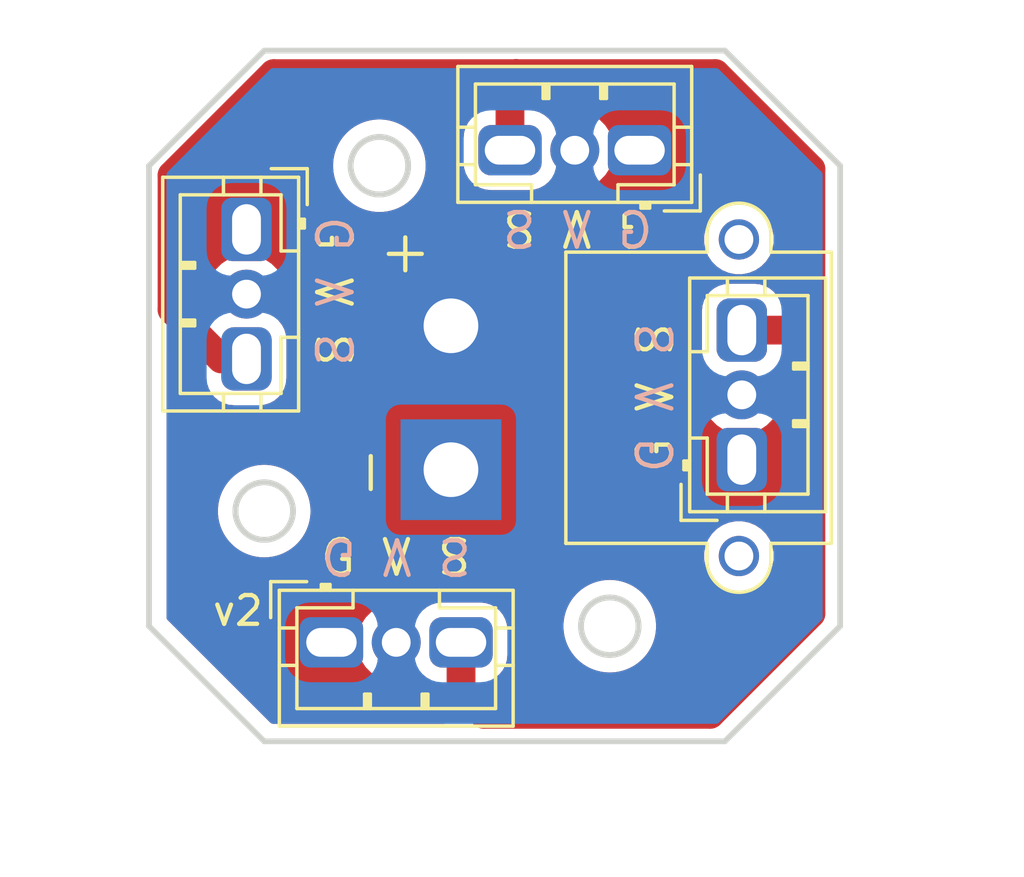
<source format=kicad_pcb>
(kicad_pcb (version 20171130) (host pcbnew 5.1.5+dfsg1-2build2)
  (layers (0 F.Cu power) (1 In1.Cu signal) (2 In2.Cu signal) (31 B.Cu power) (34 B.Paste user) (35 F.Paste user) (36 B.SilkS user) (37 F.SilkS user) (38 B.Mask user) (39 F.Mask user) (44 Edge.Cuts user))
  (net 0 "")
  (net 1 GND)
  (net 2 VCC)
  (net 3 S)
  (module tile:JST_PH_B3B-PH-K_1x03_P2.00mm_Vertical (layer F.Cu) (at 142.6 122.4 90)
    (fp_text reference J4 hide)
    (fp_text value Conn_01x03_Male)
    (fp_line (start -2.06 -1.81) (end -2.06 2.91) (layer F.SilkS) (width 0.12))
    (fp_line (start -2.06 2.91) (end 6.06 2.91) (layer F.SilkS) (width 0.12))
    (fp_line (start 6.06 2.91) (end 6.06 -1.81) (layer F.SilkS) (width 0.12))
    (fp_line (start 6.06 -1.81) (end -2.06 -1.81) (layer F.SilkS) (width 0.12))
    (fp_line (start -0.3 -1.81) (end -0.3 -2.01) (layer F.SilkS) (width 0.12))
    (fp_line (start -0.3 -2.01) (end -0.6 -2.01) (layer F.SilkS) (width 0.12))
    (fp_line (start -0.6 -2.01) (end -0.6 -1.81) (layer F.SilkS) (width 0.12))
    (fp_line (start -0.3 -1.91) (end -0.6 -1.91) (layer F.SilkS) (width 0.12))
    (fp_line (start 0.5 -1.81) (end 0.5 -1.2) (layer F.SilkS) (width 0.12))
    (fp_line (start 0.5 -1.2) (end -1.45 -1.2) (layer F.SilkS) (width 0.12))
    (fp_line (start -1.45 -1.2) (end -1.45 2.3) (layer F.SilkS) (width 0.12))
    (fp_line (start -1.45 2.3) (end 5.45 2.3) (layer F.SilkS) (width 0.12))
    (fp_line (start 5.45 2.3) (end 5.45 -1.2) (layer F.SilkS) (width 0.12))
    (fp_line (start 5.45 -1.2) (end 3.5 -1.2) (layer F.SilkS) (width 0.12))
    (fp_line (start 3.5 -1.2) (end 3.5 -1.81) (layer F.SilkS) (width 0.12))
    (fp_line (start -2.06 -0.5) (end -1.45 -0.5) (layer F.SilkS) (width 0.12))
    (fp_line (start -2.06 0.8) (end -1.45 0.8) (layer F.SilkS) (width 0.12))
    (fp_line (start 6.06 -0.5) (end 5.45 -0.5) (layer F.SilkS) (width 0.12))
    (fp_line (start 6.06 0.8) (end 5.45 0.8) (layer F.SilkS) (width 0.12))
    (fp_line (start 0.9 2.3) (end 0.9 1.8) (layer F.SilkS) (width 0.12))
    (fp_line (start 0.9 1.8) (end 1.1 1.8) (layer F.SilkS) (width 0.12))
    (fp_line (start 1.1 1.8) (end 1.1 2.3) (layer F.SilkS) (width 0.12))
    (fp_line (start 1 2.3) (end 1 1.8) (layer F.SilkS) (width 0.12))
    (fp_line (start 2.9 2.3) (end 2.9 1.8) (layer F.SilkS) (width 0.12))
    (fp_line (start 2.9 1.8) (end 3.1 1.8) (layer F.SilkS) (width 0.12))
    (fp_line (start 3.1 1.8) (end 3.1 2.3) (layer F.SilkS) (width 0.12))
    (fp_line (start 3 2.3) (end 3 1.8) (layer F.SilkS) (width 0.12))
    (fp_line (start -1.11 -2.11) (end -2.36 -2.11) (layer F.SilkS) (width 0.12))
    (fp_line (start -2.36 -2.11) (end -2.36 -0.86) (layer F.SilkS) (width 0.12))
    (pad 2 thru_hole circle (at 2 0 90) (size 1.7 1.7) (drill 1) (layers *.Cu *.Mask) (net 2 VCC))
    (pad 1 thru_hole roundrect (at -0.25 0 90) (size 2.2 1.75) (drill oval 1.75 1) (layers *.Cu *.Mask) (roundrect_rratio 0.208) (net 1 GND))
    (pad 3 thru_hole roundrect (at 4.25 0 90) (size 2.2 1.75) (drill oval 1.75 1) (layers *.Cu *.Mask) (net 3 S))
  )
  (module tile:JST_PH_B3B-PH-K_1x03_P2.00mm_Vertical (layer F.Cu) (at 138.8 111.9 180)
    (fp_text reference J3 hide)
    (fp_text value Conn_01x03_Male)
    (fp_line (start -2.06 -1.81) (end -2.06 2.91) (layer F.SilkS) (width 0.12))
    (fp_line (start -2.06 2.91) (end 6.06 2.91) (layer F.SilkS) (width 0.12))
    (fp_line (start 6.06 2.91) (end 6.06 -1.81) (layer F.SilkS) (width 0.12))
    (fp_line (start 6.06 -1.81) (end -2.06 -1.81) (layer F.SilkS) (width 0.12))
    (fp_line (start -0.3 -1.81) (end -0.3 -2.01) (layer F.SilkS) (width 0.12))
    (fp_line (start -0.3 -2.01) (end -0.6 -2.01) (layer F.SilkS) (width 0.12))
    (fp_line (start -0.6 -2.01) (end -0.6 -1.81) (layer F.SilkS) (width 0.12))
    (fp_line (start -0.3 -1.91) (end -0.6 -1.91) (layer F.SilkS) (width 0.12))
    (fp_line (start 0.5 -1.81) (end 0.5 -1.2) (layer F.SilkS) (width 0.12))
    (fp_line (start 0.5 -1.2) (end -1.45 -1.2) (layer F.SilkS) (width 0.12))
    (fp_line (start -1.45 -1.2) (end -1.45 2.3) (layer F.SilkS) (width 0.12))
    (fp_line (start -1.45 2.3) (end 5.45 2.3) (layer F.SilkS) (width 0.12))
    (fp_line (start 5.45 2.3) (end 5.45 -1.2) (layer F.SilkS) (width 0.12))
    (fp_line (start 5.45 -1.2) (end 3.5 -1.2) (layer F.SilkS) (width 0.12))
    (fp_line (start 3.5 -1.2) (end 3.5 -1.81) (layer F.SilkS) (width 0.12))
    (fp_line (start -2.06 -0.5) (end -1.45 -0.5) (layer F.SilkS) (width 0.12))
    (fp_line (start -2.06 0.8) (end -1.45 0.8) (layer F.SilkS) (width 0.12))
    (fp_line (start 6.06 -0.5) (end 5.45 -0.5) (layer F.SilkS) (width 0.12))
    (fp_line (start 6.06 0.8) (end 5.45 0.8) (layer F.SilkS) (width 0.12))
    (fp_line (start 0.9 2.3) (end 0.9 1.8) (layer F.SilkS) (width 0.12))
    (fp_line (start 0.9 1.8) (end 1.1 1.8) (layer F.SilkS) (width 0.12))
    (fp_line (start 1.1 1.8) (end 1.1 2.3) (layer F.SilkS) (width 0.12))
    (fp_line (start 1 2.3) (end 1 1.8) (layer F.SilkS) (width 0.12))
    (fp_line (start 2.9 2.3) (end 2.9 1.8) (layer F.SilkS) (width 0.12))
    (fp_line (start 2.9 1.8) (end 3.1 1.8) (layer F.SilkS) (width 0.12))
    (fp_line (start 3.1 1.8) (end 3.1 2.3) (layer F.SilkS) (width 0.12))
    (fp_line (start 3 2.3) (end 3 1.8) (layer F.SilkS) (width 0.12))
    (fp_line (start -1.11 -2.11) (end -2.36 -2.11) (layer F.SilkS) (width 0.12))
    (fp_line (start -2.36 -2.11) (end -2.36 -0.86) (layer F.SilkS) (width 0.12))
    (pad 2 thru_hole circle (at 2 0 180) (size 1.7 1.7) (drill 1) (layers *.Cu *.Mask) (net 2 VCC))
    (pad 1 thru_hole roundrect (at -0.25 0 180) (size 2.2 1.75) (drill oval 1.75 1) (layers *.Cu *.Mask) (roundrect_rratio 0.208) (net 1 GND))
    (pad 3 thru_hole roundrect (at 4.25 0 180) (size 2.2 1.75) (drill oval 1.75 1) (layers *.Cu *.Mask) (net 3 S))
  )
  (module tile:JST_PH_B3B-PH-K_1x03_P2.00mm_Vertical (layer F.Cu) (at 128.6 129)
    (fp_text reference J2 hide)
    (fp_text value Conn_01x03_Male)
    (fp_line (start -2.06 -1.81) (end -2.06 2.91) (layer F.SilkS) (width 0.12))
    (fp_line (start -2.06 2.91) (end 6.06 2.91) (layer F.SilkS) (width 0.12))
    (fp_line (start 6.06 2.91) (end 6.06 -1.81) (layer F.SilkS) (width 0.12))
    (fp_line (start 6.06 -1.81) (end -2.06 -1.81) (layer F.SilkS) (width 0.12))
    (fp_line (start -0.3 -1.81) (end -0.3 -2.01) (layer F.SilkS) (width 0.12))
    (fp_line (start -0.3 -2.01) (end -0.6 -2.01) (layer F.SilkS) (width 0.12))
    (fp_line (start -0.6 -2.01) (end -0.6 -1.81) (layer F.SilkS) (width 0.12))
    (fp_line (start -0.3 -1.91) (end -0.6 -1.91) (layer F.SilkS) (width 0.12))
    (fp_line (start 0.5 -1.81) (end 0.5 -1.2) (layer F.SilkS) (width 0.12))
    (fp_line (start 0.5 -1.2) (end -1.45 -1.2) (layer F.SilkS) (width 0.12))
    (fp_line (start -1.45 -1.2) (end -1.45 2.3) (layer F.SilkS) (width 0.12))
    (fp_line (start -1.45 2.3) (end 5.45 2.3) (layer F.SilkS) (width 0.12))
    (fp_line (start 5.45 2.3) (end 5.45 -1.2) (layer F.SilkS) (width 0.12))
    (fp_line (start 5.45 -1.2) (end 3.5 -1.2) (layer F.SilkS) (width 0.12))
    (fp_line (start 3.5 -1.2) (end 3.5 -1.81) (layer F.SilkS) (width 0.12))
    (fp_line (start -2.06 -0.5) (end -1.45 -0.5) (layer F.SilkS) (width 0.12))
    (fp_line (start -2.06 0.8) (end -1.45 0.8) (layer F.SilkS) (width 0.12))
    (fp_line (start 6.06 -0.5) (end 5.45 -0.5) (layer F.SilkS) (width 0.12))
    (fp_line (start 6.06 0.8) (end 5.45 0.8) (layer F.SilkS) (width 0.12))
    (fp_line (start 0.9 2.3) (end 0.9 1.8) (layer F.SilkS) (width 0.12))
    (fp_line (start 0.9 1.8) (end 1.1 1.8) (layer F.SilkS) (width 0.12))
    (fp_line (start 1.1 1.8) (end 1.1 2.3) (layer F.SilkS) (width 0.12))
    (fp_line (start 1 2.3) (end 1 1.8) (layer F.SilkS) (width 0.12))
    (fp_line (start 2.9 2.3) (end 2.9 1.8) (layer F.SilkS) (width 0.12))
    (fp_line (start 2.9 1.8) (end 3.1 1.8) (layer F.SilkS) (width 0.12))
    (fp_line (start 3.1 1.8) (end 3.1 2.3) (layer F.SilkS) (width 0.12))
    (fp_line (start 3 2.3) (end 3 1.8) (layer F.SilkS) (width 0.12))
    (fp_line (start -1.11 -2.11) (end -2.36 -2.11) (layer F.SilkS) (width 0.12))
    (fp_line (start -2.36 -2.11) (end -2.36 -0.86) (layer F.SilkS) (width 0.12))
    (pad 2 thru_hole circle (at 2 0) (size 1.7 1.7) (drill 1) (layers *.Cu *.Mask) (net 2 VCC))
    (pad 1 thru_hole roundrect (at -0.25 0) (size 2.2 1.75) (drill oval 1.75 1) (layers *.Cu *.Mask) (roundrect_rratio 0.208) (net 1 GND))
    (pad 3 thru_hole roundrect (at 4.25 0) (size 2.2 1.75) (drill oval 1.75 1) (layers *.Cu *.Mask) (net 3 S))
  )
  (module tile:JST_PH_B3B-PH-K_1x03_P2.00mm_Vertical (layer F.Cu) (at 125.4 114.9 270)
    (fp_text reference J1 hide)
    (fp_text value Conn_01x03_Male)
    (fp_line (start -2.06 -1.81) (end -2.06 2.91) (layer F.SilkS) (width 0.12))
    (fp_line (start -2.06 2.91) (end 6.06 2.91) (layer F.SilkS) (width 0.12))
    (fp_line (start 6.06 2.91) (end 6.06 -1.81) (layer F.SilkS) (width 0.12))
    (fp_line (start 6.06 -1.81) (end -2.06 -1.81) (layer F.SilkS) (width 0.12))
    (fp_line (start -0.3 -1.81) (end -0.3 -2.01) (layer F.SilkS) (width 0.12))
    (fp_line (start -0.3 -2.01) (end -0.6 -2.01) (layer F.SilkS) (width 0.12))
    (fp_line (start -0.6 -2.01) (end -0.6 -1.81) (layer F.SilkS) (width 0.12))
    (fp_line (start -0.3 -1.91) (end -0.6 -1.91) (layer F.SilkS) (width 0.12))
    (fp_line (start 0.5 -1.81) (end 0.5 -1.2) (layer F.SilkS) (width 0.12))
    (fp_line (start 0.5 -1.2) (end -1.45 -1.2) (layer F.SilkS) (width 0.12))
    (fp_line (start -1.45 -1.2) (end -1.45 2.3) (layer F.SilkS) (width 0.12))
    (fp_line (start -1.45 2.3) (end 5.45 2.3) (layer F.SilkS) (width 0.12))
    (fp_line (start 5.45 2.3) (end 5.45 -1.2) (layer F.SilkS) (width 0.12))
    (fp_line (start 5.45 -1.2) (end 3.5 -1.2) (layer F.SilkS) (width 0.12))
    (fp_line (start 3.5 -1.2) (end 3.5 -1.81) (layer F.SilkS) (width 0.12))
    (fp_line (start -2.06 -0.5) (end -1.45 -0.5) (layer F.SilkS) (width 0.12))
    (fp_line (start -2.06 0.8) (end -1.45 0.8) (layer F.SilkS) (width 0.12))
    (fp_line (start 6.06 -0.5) (end 5.45 -0.5) (layer F.SilkS) (width 0.12))
    (fp_line (start 6.06 0.8) (end 5.45 0.8) (layer F.SilkS) (width 0.12))
    (fp_line (start 0.9 2.3) (end 0.9 1.8) (layer F.SilkS) (width 0.12))
    (fp_line (start 0.9 1.8) (end 1.1 1.8) (layer F.SilkS) (width 0.12))
    (fp_line (start 1.1 1.8) (end 1.1 2.3) (layer F.SilkS) (width 0.12))
    (fp_line (start 1 2.3) (end 1 1.8) (layer F.SilkS) (width 0.12))
    (fp_line (start 2.9 2.3) (end 2.9 1.8) (layer F.SilkS) (width 0.12))
    (fp_line (start 2.9 1.8) (end 3.1 1.8) (layer F.SilkS) (width 0.12))
    (fp_line (start 3.1 1.8) (end 3.1 2.3) (layer F.SilkS) (width 0.12))
    (fp_line (start 3 2.3) (end 3 1.8) (layer F.SilkS) (width 0.12))
    (fp_line (start -1.11 -2.11) (end -2.36 -2.11) (layer F.SilkS) (width 0.12))
    (fp_line (start -2.36 -2.11) (end -2.36 -0.86) (layer F.SilkS) (width 0.12))
    (pad 2 thru_hole circle (at 2 0 270) (size 1.7 1.7) (drill 1) (layers *.Cu *.Mask) (net 2 VCC))
    (pad 1 thru_hole roundrect (at -0.25 0 270) (size 2.2 1.75) (drill oval 1.75 1) (layers *.Cu *.Mask) (roundrect_rratio 0.208) (net 1 GND))
    (pad 3 thru_hole roundrect (at 4.25 0 270) (size 2.2 1.75) (drill oval 1.75 1) (layers *.Cu *.Mask) (net 3 S))
  )
  (module Connector_AMASS:AMASS_XT30PW-M_1x02_P2.50mm_Horizontal (layer F.Cu) (at 132.5 123 270)
    (fp_text reference J5 hide)
    (fp_text value Conn_01x02_Male)
    (fp_text user + (at -7.5 1.7 90) (layer F.SilkS) (effects (font (size 1.5 1.5))))
    (fp_text user - (at 0.1 2.9 90) (layer F.SilkS) (effects (font (size 1.5 1.5))))
    (fp_arc (start 3.15 -10) (end 3.15 -8.89) (angle -180) (layer F.SilkS) (width 0.12))
    (fp_arc (start -8.15 -10) (end -8.15 -11.11) (angle -180) (layer F.SilkS) (width 0.12))
    (fp_line (start 2.56 -13.21) (end 2.56 -11.11) (layer F.SilkS) (width 0.12))
    (fp_line (start -8.15 -8.89) (end -7.56 -8.89) (layer F.SilkS) (width 0.12))
    (fp_line (start -8.15 -11.11) (end -7.56 -11.11) (layer F.SilkS) (width 0.12))
    (fp_line (start 2.56 -11.11) (end 3.15 -11.11) (layer F.SilkS) (width 0.12))
    (fp_line (start 2.56 -8.89) (end 3.15 -8.89) (layer F.SilkS) (width 0.12))
    (fp_line (start 2.56 -8.89) (end 2.56 -3.99) (layer F.SilkS) (width 0.12))
    (fp_line (start -7.56 -13.21) (end -7.56 -11.11) (layer F.SilkS) (width 0.12))
    (fp_line (start -7.56 -8.89) (end -7.56 -3.99) (layer F.SilkS) (width 0.12))
    (fp_line (start -7.56 -3.99) (end 2.56 -3.99) (layer F.SilkS) (width 0.12))
    (fp_line (start -7.56 -13.21) (end 2.56 -13.21) (layer F.SilkS) (width 0.12))
    (pad 2 thru_hole circle (at -5 0 270) (size 3.5 3.5) (drill 1.9) (layers *.Cu *.Mask) (net 2 VCC))
    (pad 1 thru_hole rect (at 0 0 270) (size 3.5 3.5) (drill 1.9) (layers *.Cu *.Mask) (net 1 GND))
    (pad "" thru_hole circle (at -8 -10 270) (size 1.4 1.4) (drill 1) (layers *.Cu *.Mask))
    (pad "" thru_hole circle (at 3 -10 270) (size 1.4 1.4) (drill 1) (layers *.Cu *.Mask))
  )
  (gr_text v2 (at 125.1 127.9) (layer F.SilkS) (effects (font (size 1 1))))
  (gr_text "G V S" (at 130.6 126 180) (layer B.SilkS) (effects (font (size 1.2 1.2)) (justify mirror)))
  (gr_text "G V S" (at 128.5 116.8 90) (layer B.SilkS) (effects (font (size 1.2 1.2)) (justify mirror)))
  (gr_text "G V S" (at 136.9 114.7) (layer B.SilkS) (effects (font (size 1.2 1.2)) (justify mirror)))
  (gr_text "G V S" (at 139.5 120.5 270) (layer B.SilkS) (effects (font (size 1.2 1.2)) (justify mirror)))
  (gr_text "G V S" (at 139.6 120.5 90) (layer F.SilkS) (effects (font (size 1.2 1.2))))
  (gr_text "G V S" (at 136.9 114.6 180) (layer F.SilkS) (effects (font (size 1.2 1.2))))
  (gr_text "G V S" (at 128.4 116.8 270) (layer F.SilkS) (effects (font (size 1.2 1.2))))
  (gr_text "G V S" (at 130.58 126.065) (layer F.SilkS) (effects (font (size 1.2 1.2))))
  (gr_line (start 125.15726 124.95228) (end 125.13308 124.90957) (layer Edge.Cuts) (width 0.2))
  (gr_line (start 125.18352 124.99374) (end 125.15726 124.95228) (layer Edge.Cuts) (width 0.2))
  (gr_line (start 125.96593 123.43937) (end 126.01499 123.43818) (layer Edge.Cuts) (width 0.2))
  (gr_line (start 125.91698 123.44299) (end 125.96593 123.43937) (layer Edge.Cuts) (width 0.2))
  (gr_line (start 125.86826 123.449) (end 125.91698 123.44299) (layer Edge.Cuts) (width 0.2))
  (gr_line (start 126.75594 123.76661) (end 126.78802 123.80378) (layer Edge.Cuts) (width 0.2))
  (gr_line (start 126.7221 123.73107) (end 126.75594 123.76661) (layer Edge.Cuts) (width 0.2))
  (gr_line (start 126.68656 123.69723) (end 126.7221 123.73107) (layer Edge.Cuts) (width 0.2))
  (gr_line (start 125.15726 123.92407) (end 125.18352 123.88261) (layer Edge.Cuts) (width 0.2))
  (gr_line (start 125.13308 123.96677) (end 125.15726 123.92407) (layer Edge.Cuts) (width 0.2))
  (gr_line (start 130.95655 112.77508) (end 130.93888 112.82087) (layer Edge.Cuts) (width 0.2))
  (gr_line (start 130.97194 112.72848) (end 130.95655 112.77508) (layer Edge.Cuts) (width 0.2))
  (gr_line (start 125.21178 123.84248) (end 125.24198 123.80378) (layer Edge.Cuts) (width 0.2))
  (gr_line (start 125.18352 123.88261) (end 125.21178 123.84248) (layer Edge.Cuts) (width 0.2))
  (gr_line (start 125.21178 125.03387) (end 125.18352 124.99374) (layer Edge.Cuts) (width 0.2))
  (gr_line (start 125.24198 125.07256) (end 125.21178 125.03387) (layer Edge.Cuts) (width 0.2))
  (gr_line (start 129.03422 112.63328) (end 129.02582 112.58492) (layer Edge.Cuts) (width 0.2))
  (gr_line (start 129.38061 113.21121) (end 129.34344 113.17913) (layer Edge.Cuts) (width 0.2))
  (gr_line (start 129.02582 112.29145) (end 129.03422 112.2431) (layer Edge.Cuts) (width 0.2))
  (gr_line (start 125.34344 123.69723) (end 125.38061 123.66515) (layer Edge.Cuts) (width 0.2))
  (gr_line (start 125.3079 123.73107) (end 125.34344 123.69723) (layer Edge.Cuts) (width 0.2))
  (gr_line (start 125.11101 124.01061) (end 125.13308 123.96677) (layer Edge.Cuts) (width 0.2))
  (gr_line (start 125.09112 124.05549) (end 125.11101 124.01061) (layer Edge.Cuts) (width 0.2))
  (gr_line (start 138.788 127.80378) (end 138.8182 127.84248) (layer Edge.Cuts) (width 0.2))
  (gr_line (start 138.75593 127.76661) (end 138.788 127.80378) (layer Edge.Cuts) (width 0.2))
  (gr_line (start 138.72208 127.73107) (end 138.75593 127.76661) (layer Edge.Cuts) (width 0.2))
  (gr_line (start 138.68654 127.69723) (end 138.72208 127.73107) (layer Edge.Cuts) (width 0.2))
  (gr_line (start 130.87273 112.95229) (end 130.84647 112.99375) (layer Edge.Cuts) (width 0.2))
  (gr_line (start 130.89692 112.90959) (end 130.87273 112.95229) (layer Edge.Cuts) (width 0.2))
  (gr_line (start 129.4193 111.63497) (end 129.45943 111.60671) (layer Edge.Cuts) (width 0.2))
  (gr_line (start 129.58744 113.34217) (end 129.5436 113.32011) (layer Edge.Cuts) (width 0.2))
  (gr_line (start 129.15726 112.95229) (end 129.13308 112.90959) (layer Edge.Cuts) (width 0.2))
  (gr_line (start 130.75594 113.10975) (end 130.7221 113.14529) (layer Edge.Cuts) (width 0.2))
  (gr_line (start 130.78802 113.07258) (end 130.75594 113.10975) (layer Edge.Cuts) (width 0.2))
  (gr_line (start 127.00417 124.58491) (end 126.99578 124.63326) (layer Edge.Cuts) (width 0.2))
  (gr_line (start 127.01018 124.53619) (end 127.00417 124.58491) (layer Edge.Cuts) (width 0.2))
  (gr_line (start 127.0138 124.48724) (end 127.01018 124.53619) (layer Edge.Cuts) (width 0.2))
  (gr_line (start 130.98502 112.19521) (end 130.99578 112.2431) (layer Edge.Cuts) (width 0.2))
  (gr_line (start 130.97194 112.147901) (end 130.98502 112.19521) (layer Edge.Cuts) (width 0.2))
  (gr_line (start 122.01499 112.43818) (end 122.01499 128.43818) (layer Edge.Cuts) (width 0.2))
  (gr_line (start 131.00417 112.58492) (end 130.99578 112.63328) (layer Edge.Cuts) (width 0.2))
  (gr_line (start 131.01018 112.5362) (end 131.00417 112.58492) (layer Edge.Cuts) (width 0.2))
  (gr_line (start 129.11101 112.86575) (end 129.09112 112.82087) (layer Edge.Cuts) (width 0.2))
  (gr_line (start 138.64937 127.66515) (end 138.68654 127.69723) (layer Edge.Cuts) (width 0.2))
  (gr_line (start 138.61068 127.63496) (end 138.64937 127.66515) (layer Edge.Cuts) (width 0.2))
  (gr_line (start 138.57055 127.6067) (end 138.61068 127.63496) (layer Edge.Cuts) (width 0.2))
  (gr_line (start 138.52909 127.58044) (end 138.57055 127.6067) (layer Edge.Cuts) (width 0.2))
  (gr_line (start 125.07345 124.10128) (end 125.09112 124.05549) (layer Edge.Cuts) (width 0.2))
  (gr_line (start 125.05805 124.14788) (end 125.07345 124.10128) (layer Edge.Cuts) (width 0.2))
  (gr_line (start 129.45943 113.26966) (end 129.4193 113.2414) (layer Edge.Cuts) (width 0.2))
  (gr_line (start 126.25797 125.4082) (end 126.21009 125.41895) (layer Edge.Cuts) (width 0.2))
  (gr_line (start 126.30529 125.39512) (end 126.25797 125.4082) (layer Edge.Cuts) (width 0.2))
  (gr_line (start 126.35189 125.37972) (end 126.30529 125.39512) (layer Edge.Cuts) (width 0.2))
  (gr_line (start 129.63231 113.36207) (end 129.58744 113.34217) (layer Edge.Cuts) (width 0.2))
  (gr_line (start 138.64937 129.21119) (end 138.61068 129.24139) (layer Edge.Cuts) (width 0.2))
  (gr_line (start 138.68654 129.17912) (end 138.64937 129.21119) (layer Edge.Cuts) (width 0.2))
  (gr_line (start 138.72208 129.14527) (end 138.68654 129.17912) (layer Edge.Cuts) (width 0.2))
  (gr_line (start 138.75593 129.10973) (end 138.72208 129.14527) (layer Edge.Cuts) (width 0.2))
  (gr_line (start 137.13306 127.96677) (end 137.15725 127.92407) (layer Edge.Cuts) (width 0.2))
  (gr_line (start 137.111 128.01061) (end 137.13306 127.96677) (layer Edge.Cuts) (width 0.2))
  (gr_line (start 137.0911 128.05549) (end 137.111 128.01061) (layer Edge.Cuts) (width 0.2))
  (gr_line (start 137.07343 128.10128) (end 137.0911 128.05549) (layer Edge.Cuts) (width 0.2))
  (gr_line (start 130.01499 113.43818) (end 129.96593 113.43699) (layer Edge.Cuts) (width 0.2))
  (gr_line (start 130.5291 111.58045) (end 130.57056 111.60671) (layer Edge.Cuts) (width 0.2))
  (gr_line (start 130.4864 111.55627) (end 130.5291 111.58045) (layer Edge.Cuts) (width 0.2))
  (gr_line (start 129.21178 111.84249) (end 129.24198 111.8038) (layer Edge.Cuts) (width 0.2))
  (gr_line (start 126.11301 125.43336) (end 126.06406 125.43697) (layer Edge.Cuts) (width 0.2))
  (gr_line (start 126.16173 125.42735) (end 126.11301 125.43336) (layer Edge.Cuts) (width 0.2))
  (gr_line (start 126.21009 125.41895) (end 126.16173 125.42735) (layer Edge.Cuts) (width 0.2))
  (gr_line (start 131.0138 112.48725) (end 131.01018 112.5362) (layer Edge.Cuts) (width 0.2))
  (gr_line (start 131.01499 112.43818) (end 131.0138 112.48725) (layer Edge.Cuts) (width 0.2))
  (gr_line (start 129.77202 111.46816) (end 129.81991 111.45741) (layer Edge.Cuts) (width 0.2))
  (gr_line (start 129.72471 111.48124) (end 129.77202 111.46816) (layer Edge.Cuts) (width 0.2))
  (gr_line (start 138.30527 127.48123) (end 138.35187 127.49662) (layer Edge.Cuts) (width 0.2))
  (gr_line (start 138.25796 127.46815) (end 138.30527 127.48123) (layer Edge.Cuts) (width 0.2))
  (gr_line (start 138.21007 127.45739) (end 138.25796 127.46815) (layer Edge.Cuts) (width 0.2))
  (gr_line (start 138.16172 127.449) (end 138.21007 127.45739) (layer Edge.Cuts) (width 0.2))
  (gr_line (start 129.86826 113.42736) (end 129.81991 113.41897) (layer Edge.Cuts) (width 0.2))
  (gr_line (start 130.61069 113.2414) (end 130.57056 113.26966) (layer Edge.Cuts) (width 0.2))
  (gr_line (start 130.64939 113.21121) (end 130.61069 113.2414) (layer Edge.Cuts) (width 0.2))
  (gr_line (start 130.87273 111.92408) (end 130.89692 111.96679) (layer Edge.Cuts) (width 0.2))
  (gr_line (start 130.84647 111.88262) (end 130.87273 111.92408) (layer Edge.Cuts) (width 0.2))
  (gr_line (start 130.75594 111.76663) (end 130.78802 111.8038) (layer Edge.Cuts) (width 0.2))
  (gr_line (start 130.7221 111.73109) (end 130.75594 111.76663) (layer Edge.Cuts) (width 0.2))
  (gr_line (start 130.61069 111.63497) (end 130.64939 111.66517) (layer Edge.Cuts) (width 0.2))
  (gr_line (start 130.57056 111.60671) (end 130.61069 111.63497) (layer Edge.Cuts) (width 0.2))
  (gr_line (start 129.34344 111.69724) (end 129.38061 111.66517) (layer Edge.Cuts) (width 0.2))
  (gr_line (start 139.01017 128.53619) (end 139.00416 128.58491) (layer Edge.Cuts) (width 0.2))
  (gr_line (start 139.01378 128.48724) (end 139.01017 128.53619) (layer Edge.Cuts) (width 0.2))
  (gr_line (start 139.01499 128.43818) (end 139.01378 128.48724) (layer Edge.Cuts) (width 0.2))
  (gr_line (start 139.01378 128.38911) (end 139.01499 128.43818) (layer Edge.Cuts) (width 0.2))
  (gr_line (start 125.67811 125.37972) (end 125.63231 125.36205) (layer Edge.Cuts) (width 0.2))
  (gr_line (start 125.724711 125.39512) (end 125.67811 125.37972) (layer Edge.Cuts) (width 0.2))
  (gr_line (start 130.91898 112.86575) (end 130.89692 112.90959) (layer Edge.Cuts) (width 0.2))
  (gr_line (start 130.93888 112.82087) (end 130.91898 112.86575) (layer Edge.Cuts) (width 0.2))
  (gr_line (start 129.09112 112.82087) (end 129.07345 112.77508) (layer Edge.Cuts) (width 0.2))
  (gr_line (start 126.64939 123.66515) (end 126.68656 123.69723) (layer Edge.Cuts) (width 0.2))
  (gr_line (start 126.61069 123.63496) (end 126.64939 123.66515) (layer Edge.Cuts) (width 0.2))
  (gr_line (start 126.57056 123.6067) (end 126.61069 123.63496) (layer Edge.Cuts) (width 0.2))
  (gr_line (start 129.01981 112.5362) (end 129.0162 112.48725) (layer Edge.Cuts) (width 0.2))
  (gr_line (start 137.38059 127.66515) (end 137.41929 127.63496) (layer Edge.Cuts) (width 0.2))
  (gr_line (start 137.34342 127.69723) (end 137.38059 127.66515) (layer Edge.Cuts) (width 0.2))
  (gr_line (start 137.30788 127.73107) (end 137.34342 127.69723) (layer Edge.Cuts) (width 0.2))
  (gr_line (start 137.27404 127.76661) (end 137.30788 127.73107) (layer Edge.Cuts) (width 0.2))
  (gr_line (start 126.5291 125.29591) (end 126.4864 125.32009) (layer Edge.Cuts) (width 0.2))
  (gr_line (start 126.57056 125.26965) (end 126.5291 125.29591) (layer Edge.Cuts) (width 0.2))
  (gr_line (start 126.61069 125.24139) (end 126.57056 125.26965) (layer Edge.Cuts) (width 0.2))
  (gr_line (start 129.11101 112.01063) (end 129.13308 111.96679) (layer Edge.Cuts) (width 0.2))
  (gr_line (start 138.48638 127.55625) (end 138.52909 127.58044) (layer Edge.Cuts) (width 0.2))
  (gr_line (start 138.44254 127.53419) (end 138.48638 127.55625) (layer Edge.Cuts) (width 0.2))
  (gr_line (start 138.39767 127.51429) (end 138.44254 127.53419) (layer Edge.Cuts) (width 0.2))
  (gr_line (start 138.35187 127.49662) (end 138.39767 127.51429) (layer Edge.Cuts) (width 0.2))
  (gr_line (start 137.30788 129.14527) (end 137.27404 129.10973) (layer Edge.Cuts) (width 0.2))
  (gr_line (start 137.34342 129.17912) (end 137.30788 129.14527) (layer Edge.Cuts) (width 0.2))
  (gr_line (start 137.38059 129.21119) (end 137.34342 129.17912) (layer Edge.Cuts) (width 0.2))
  (gr_line (start 129.04497 112.68116) (end 129.03422 112.63328) (layer Edge.Cuts) (width 0.2))
  (gr_line (start 138.788 129.07256) (end 138.75593 129.10973) (layer Edge.Cuts) (width 0.2))
  (gr_line (start 138.8182 129.03387) (end 138.788 129.07256) (layer Edge.Cuts) (width 0.2))
  (gr_line (start 138.84646 128.99374) (end 138.8182 129.03387) (layer Edge.Cuts) (width 0.2))
  (gr_line (start 138.87272 128.95228) (end 138.84646 128.99374) (layer Edge.Cuts) (width 0.2))
  (gr_line (start 130.95655 112.1013) (end 130.97194 112.147901) (layer Edge.Cuts) (width 0.2))
  (gr_line (start 130.93888 112.0555) (end 130.95655 112.1013) (layer Edge.Cuts) (width 0.2))
  (gr_line (start 125.27405 125.10973) (end 125.24198 125.07256) (layer Edge.Cuts) (width 0.2))
  (gr_line (start 125.3079 125.14527) (end 125.27405 125.10973) (layer Edge.Cuts) (width 0.2))
  (gr_line (start 130.06406 113.43699) (end 130.01499 113.43818) (layer Edge.Cuts) (width 0.2))
  (gr_line (start 130.11301 113.43337) (end 130.06406 113.43699) (layer Edge.Cuts) (width 0.2))
  (gr_line (start 125.27405 123.76661) (end 125.3079 123.73107) (layer Edge.Cuts) (width 0.2))
  (gr_line (start 125.24198 123.80378) (end 125.27405 123.76661) (layer Edge.Cuts) (width 0.2))
  (gr_line (start 126.84647 123.88261) (end 126.87273 123.92407) (layer Edge.Cuts) (width 0.2))
  (gr_line (start 126.81821 123.84248) (end 126.84647 123.88261) (layer Edge.Cuts) (width 0.2))
  (gr_line (start 126.78802 123.80378) (end 126.81821 123.84248) (layer Edge.Cuts) (width 0.2))
  (gr_line (start 138.113 129.43336) (end 138.06405 129.43697) (layer Edge.Cuts) (width 0.2))
  (gr_line (start 138.16172 129.42735) (end 138.113 129.43336) (layer Edge.Cuts) (width 0.2))
  (gr_line (start 138.21007 129.41895) (end 138.16172 129.42735) (layer Edge.Cuts) (width 0.2))
  (gr_line (start 138.25796 129.4082) (end 138.21007 129.41895) (layer Edge.Cuts) (width 0.2))
  (gr_line (start 138.8969 128.90957) (end 138.87272 128.95228) (layer Edge.Cuts) (width 0.2))
  (gr_line (start 138.91897 128.86573) (end 138.8969 128.90957) (layer Edge.Cuts) (width 0.2))
  (gr_line (start 138.93886 128.82086) (end 138.91897 128.86573) (layer Edge.Cuts) (width 0.2))
  (gr_line (start 138.95653 128.77506) (end 138.93886 128.82086) (layer Edge.Cuts) (width 0.2))
  (gr_line (start 129.58744 111.5342) (end 129.63231 111.51431) (layer Edge.Cuts) (width 0.2))
  (gr_line (start 129.5436 111.55627) (end 129.58744 111.5342) (layer Edge.Cuts) (width 0.2))
  (gr_line (start 129.86826 111.44901) (end 129.91698 111.443) (layer Edge.Cuts) (width 0.2))
  (gr_line (start 129.81991 111.45741) (end 129.86826 111.44901) (layer Edge.Cuts) (width 0.2))
  (gr_line (start 129.13308 111.96679) (end 129.15726 111.92408) (layer Edge.Cuts) (width 0.2))
  (gr_line (start 125.02582 124.29144) (end 125.03422 124.24308) (layer Edge.Cuts) (width 0.2))
  (gr_line (start 125.01981 124.34016) (end 125.02582 124.29144) (layer Edge.Cuts) (width 0.2))
  (gr_line (start 137.24196 127.80378) (end 137.27404 127.76661) (layer Edge.Cuts) (width 0.2))
  (gr_line (start 137.21177 127.84248) (end 137.24196 127.80378) (layer Edge.Cuts) (width 0.2))
  (gr_line (start 137.18351 127.88261) (end 137.21177 127.84248) (layer Edge.Cuts) (width 0.2))
  (gr_line (start 137.15725 127.92407) (end 137.18351 127.88261) (layer Edge.Cuts) (width 0.2))
  (gr_line (start 129.18352 111.88262) (end 129.21178 111.84249) (layer Edge.Cuts) (width 0.2))
  (gr_line (start 126.75594 125.10973) (end 126.7221 125.14527) (layer Edge.Cuts) (width 0.2))
  (gr_line (start 126.78802 125.07256) (end 126.75594 125.10973) (layer Edge.Cuts) (width 0.2))
  (gr_line (start 126.81821 125.03387) (end 126.78802 125.07256) (layer Edge.Cuts) (width 0.2))
  (gr_line (start 129.27405 113.10975) (end 129.24198 113.07258) (layer Edge.Cuts) (width 0.2))
  (gr_line (start 130.68656 111.69724) (end 130.7221 111.73109) (layer Edge.Cuts) (width 0.2))
  (gr_line (start 130.64939 111.66517) (end 130.68656 111.69724) (layer Edge.Cuts) (width 0.2))
  (gr_line (start 138.30527 129.39512) (end 138.25796 129.4082) (layer Edge.Cuts) (width 0.2))
  (gr_line (start 138.35187 129.37972) (end 138.30527 129.39512) (layer Edge.Cuts) (width 0.2))
  (gr_line (start 138.39767 129.36205) (end 138.35187 129.37972) (layer Edge.Cuts) (width 0.2))
  (gr_line (start 138.44254 129.34216) (end 138.39767 129.36205) (layer Edge.Cuts) (width 0.2))
  (gr_line (start 138.01499 129.43818) (end 137.96592 129.43697) (layer Edge.Cuts) (width 0.2))
  (gr_line (start 138.06405 129.43697) (end 138.01499 129.43818) (layer Edge.Cuts) (width 0.2))
  (gr_line (start 129.24198 113.07258) (end 129.21178 113.03388) (layer Edge.Cuts) (width 0.2))
  (gr_line (start 126.97194 124.72846) (end 126.95655 124.77506) (layer Edge.Cuts) (width 0.2))
  (gr_line (start 126.98502 124.68115) (end 126.97194 124.72846) (layer Edge.Cuts) (width 0.2))
  (gr_line (start 126.99578 124.63326) (end 126.98502 124.68115) (layer Edge.Cuts) (width 0.2))
  (gr_line (start 129.77202 113.40821) (end 129.72471 113.39513) (layer Edge.Cuts) (width 0.2))
  (gr_line (start 130.81821 111.84249) (end 130.84647 111.88262) (layer Edge.Cuts) (width 0.2))
  (gr_line (start 130.78802 111.8038) (end 130.81821 111.84249) (layer Edge.Cuts) (width 0.2))
  (gr_line (start 129.4193 113.2414) (end 129.38061 113.21121) (layer Edge.Cuts) (width 0.2))
  (gr_line (start 130.06406 111.43939) (end 130.11301 111.443) (layer Edge.Cuts) (width 0.2))
  (gr_line (start 130.01499 111.43818) (end 130.06406 111.43939) (layer Edge.Cuts) (width 0.2))
  (gr_line (start 125.5436 123.55625) (end 125.58744 123.53419) (layer Edge.Cuts) (width 0.2))
  (gr_line (start 125.50089 123.58044) (end 125.5436 123.55625) (layer Edge.Cuts) (width 0.2))
  (gr_line (start 125.45943 123.6067) (end 125.50089 123.58044) (layer Edge.Cuts) (width 0.2))
  (gr_line (start 130.16173 113.42736) (end 130.11301 113.43337) (layer Edge.Cuts) (width 0.2))
  (gr_line (start 130.21009 113.41897) (end 130.16173 113.42736) (layer Edge.Cuts) (width 0.2))
  (gr_line (start 127.00417 124.29144) (end 127.01018 124.34016) (layer Edge.Cuts) (width 0.2))
  (gr_line (start 126.99578 124.24308) (end 127.00417 124.29144) (layer Edge.Cuts) (width 0.2))
  (gr_line (start 126.98502 124.1952) (end 126.99578 124.24308) (layer Edge.Cuts) (width 0.2))
  (gr_line (start 129.72471 113.39513) (end 129.67811 113.37974) (layer Edge.Cuts) (width 0.2))
  (gr_line (start 125.07345 124.77506) (end 125.05805 124.72846) (layer Edge.Cuts) (width 0.2))
  (gr_line (start 125.09112 124.82086) (end 125.07345 124.77506) (layer Edge.Cuts) (width 0.2))
  (gr_line (start 125.04497 124.68115) (end 125.03422 124.63326) (layer Edge.Cuts) (width 0.2))
  (gr_line (start 125.05805 124.72846) (end 125.04497 124.68115) (layer Edge.Cuts) (width 0.2))
  (gr_line (start 126.25797 123.46815) (end 126.30529 123.48123) (layer Edge.Cuts) (width 0.2))
  (gr_line (start 126.21009 123.45739) (end 126.25797 123.46815) (layer Edge.Cuts) (width 0.2))
  (gr_line (start 126.16173 123.449) (end 126.21009 123.45739) (layer Edge.Cuts) (width 0.2))
  (gr_line (start 125.0162 124.48724) (end 125.01499 124.43818) (layer Edge.Cuts) (width 0.2))
  (gr_line (start 125.01981 124.53619) (end 125.0162 124.48724) (layer Edge.Cuts) (width 0.2))
  (gr_line (start 142.01499 108.43818) (end 126.01499 108.43818) (layer Edge.Cuts) (width 0.2))
  (gr_line (start 137.54358 129.32009) (end 137.50088 129.29591) (layer Edge.Cuts) (width 0.2))
  (gr_line (start 137.58742 129.34216) (end 137.54358 129.32009) (layer Edge.Cuts) (width 0.2))
  (gr_line (start 137.6323 129.36205) (end 137.58742 129.34216) (layer Edge.Cuts) (width 0.2))
  (gr_line (start 137.81989 129.41895) (end 137.77201 129.4082) (layer Edge.Cuts) (width 0.2))
  (gr_line (start 137.86825 129.42735) (end 137.81989 129.41895) (layer Edge.Cuts) (width 0.2))
  (gr_line (start 137.91697 129.43336) (end 137.86825 129.42735) (layer Edge.Cuts) (width 0.2))
  (gr_line (start 126.5291 123.58044) (end 126.57056 123.6067) (layer Edge.Cuts) (width 0.2))
  (gr_line (start 126.4864 123.55625) (end 126.5291 123.58044) (layer Edge.Cuts) (width 0.2))
  (gr_line (start 126.44256 123.53419) (end 126.4864 123.55625) (layer Edge.Cuts) (width 0.2))
  (gr_line (start 126.91898 124.86573) (end 126.89692 124.90957) (layer Edge.Cuts) (width 0.2))
  (gr_line (start 126.93888 124.82086) (end 126.91898 124.86573) (layer Edge.Cuts) (width 0.2))
  (gr_line (start 126.95655 124.77506) (end 126.93888 124.82086) (layer Edge.Cuts) (width 0.2))
  (gr_line (start 129.07345 112.77508) (end 129.05805 112.72848) (layer Edge.Cuts) (width 0.2))
  (gr_line (start 137.05804 128.14788) (end 137.07343 128.10128) (layer Edge.Cuts) (width 0.2))
  (gr_line (start 137.04496 128.1952) (end 137.05804 128.14788) (layer Edge.Cuts) (width 0.2))
  (gr_line (start 137.0342 128.24308) (end 137.04496 128.1952) (layer Edge.Cuts) (width 0.2))
  (gr_line (start 137.02581 128.29144) (end 137.0342 128.24308) (layer Edge.Cuts) (width 0.2))
  (gr_line (start 129.50089 111.58045) (end 129.5436 111.55627) (layer Edge.Cuts) (width 0.2))
  (gr_line (start 129.45943 111.60671) (end 129.50089 111.58045) (layer Edge.Cuts) (width 0.2))
  (gr_line (start 125.4193 123.63496) (end 125.45943 123.6067) (layer Edge.Cuts) (width 0.2))
  (gr_line (start 125.38061 123.66515) (end 125.4193 123.63496) (layer Edge.Cuts) (width 0.2))
  (gr_line (start 129.13308 112.90959) (end 129.11101 112.86575) (layer Edge.Cuts) (width 0.2))
  (gr_line (start 129.0162 112.48725) (end 129.01499 112.43818) (layer Edge.Cuts) (width 0.2))
  (gr_line (start 130.16173 111.44901) (end 130.21009 111.45741) (layer Edge.Cuts) (width 0.2))
  (gr_line (start 130.11301 111.443) (end 130.16173 111.44901) (layer Edge.Cuts) (width 0.2))
  (gr_line (start 129.18352 112.99375) (end 129.15726 112.95229) (layer Edge.Cuts) (width 0.2))
  (gr_line (start 130.25797 113.40821) (end 130.21009 113.41897) (layer Edge.Cuts) (width 0.2))
  (gr_line (start 130.30529 113.39513) (end 130.25797 113.40821) (layer Edge.Cuts) (width 0.2))
  (gr_line (start 126.64939 125.21119) (end 126.61069 125.24139) (layer Edge.Cuts) (width 0.2))
  (gr_line (start 126.68656 125.17912) (end 126.64939 125.21119) (layer Edge.Cuts) (width 0.2))
  (gr_line (start 126.7221 125.14527) (end 126.68656 125.17912) (layer Edge.Cuts) (width 0.2))
  (gr_line (start 130.25797 111.46816) (end 130.30529 111.48124) (layer Edge.Cuts) (width 0.2))
  (gr_line (start 130.21009 111.45741) (end 130.25797 111.46816) (layer Edge.Cuts) (width 0.2))
  (gr_line (start 138.113 127.44299) (end 138.16172 127.449) (layer Edge.Cuts) (width 0.2))
  (gr_line (start 138.06405 127.43937) (end 138.113 127.44299) (layer Edge.Cuts) (width 0.2))
  (gr_line (start 138.01499 127.43818) (end 138.06405 127.43937) (layer Edge.Cuts) (width 0.2))
  (gr_line (start 137.96592 127.43937) (end 138.01499 127.43818) (layer Edge.Cuts) (width 0.2))
  (gr_line (start 129.02582 112.58492) (end 129.01981 112.5362) (layer Edge.Cuts) (width 0.2))
  (gr_line (start 125.67811 123.49662) (end 125.724711 123.48123) (layer Edge.Cuts) (width 0.2))
  (gr_line (start 125.63231 123.51429) (end 125.67811 123.49662) (layer Edge.Cuts) (width 0.2))
  (gr_line (start 125.58744 123.53419) (end 125.63231 123.51429) (layer Edge.Cuts) (width 0.2))
  (gr_line (start 137.05804 128.728459) (end 137.04496 128.68115) (layer Edge.Cuts) (width 0.2))
  (gr_line (start 137.07343 128.77506) (end 137.05804 128.728459) (layer Edge.Cuts) (width 0.2))
  (gr_line (start 137.0911 128.82086) (end 137.07343 128.77506) (layer Edge.Cuts) (width 0.2))
  (gr_line (start 137.111 128.86573) (end 137.0911 128.82086) (layer Edge.Cuts) (width 0.2))
  (gr_line (start 125.34344 125.17912) (end 125.3079 125.14527) (layer Edge.Cuts) (width 0.2))
  (gr_line (start 125.38061 125.21119) (end 125.34344 125.17912) (layer Edge.Cuts) (width 0.2))
  (gr_line (start 137.96592 129.43697) (end 137.91697 129.43336) (layer Edge.Cuts) (width 0.2))
  (gr_line (start 126.01499 125.43818) (end 125.96593 125.43697) (layer Edge.Cuts) (width 0.2))
  (gr_line (start 126.06406 125.43697) (end 126.01499 125.43818) (layer Edge.Cuts) (width 0.2))
  (gr_line (start 129.67811 111.49664) (end 129.72471 111.48124) (layer Edge.Cuts) (width 0.2))
  (gr_line (start 129.63231 111.51431) (end 129.67811 111.49664) (layer Edge.Cuts) (width 0.2))
  (gr_line (start 129.24198 111.8038) (end 129.27405 111.76663) (layer Edge.Cuts) (width 0.2))
  (gr_line (start 137.67809 129.37972) (end 137.6323 129.36205) (layer Edge.Cuts) (width 0.2))
  (gr_line (start 137.72469 129.39512) (end 137.67809 129.37972) (layer Edge.Cuts) (width 0.2))
  (gr_line (start 137.77201 129.4082) (end 137.72469 129.39512) (layer Edge.Cuts) (width 0.2))
  (gr_line (start 130.5291 113.29592) (end 130.4864 113.32011) (layer Edge.Cuts) (width 0.2))
  (gr_line (start 130.57056 113.26966) (end 130.5291 113.29592) (layer Edge.Cuts) (width 0.2))
  (gr_line (start 130.35189 113.37974) (end 130.30529 113.39513) (layer Edge.Cuts) (width 0.2))
  (gr_line (start 130.39768 113.36207) (end 130.35189 113.37974) (layer Edge.Cuts) (width 0.2))
  (gr_line (start 130.44256 111.5342) (end 130.4864 111.55627) (layer Edge.Cuts) (width 0.2))
  (gr_line (start 130.39768 111.51431) (end 130.44256 111.5342) (layer Edge.Cuts) (width 0.2))
  (gr_line (start 125.0162 124.38911) (end 125.01981 124.34016) (layer Edge.Cuts) (width 0.2))
  (gr_line (start 125.01499 124.43818) (end 125.0162 124.38911) (layer Edge.Cuts) (width 0.2))
  (gr_line (start 130.98502 112.68116) (end 130.97194 112.72848) (layer Edge.Cuts) (width 0.2))
  (gr_line (start 130.99578 112.63328) (end 130.98502 112.68116) (layer Edge.Cuts) (width 0.2))
  (gr_line (start 126.39768 123.51429) (end 126.44256 123.53419) (layer Edge.Cuts) (width 0.2))
  (gr_line (start 126.35189 123.49662) (end 126.39768 123.51429) (layer Edge.Cuts) (width 0.2))
  (gr_line (start 126.30529 123.48123) (end 126.35189 123.49662) (layer Edge.Cuts) (width 0.2))
  (gr_line (start 146.01499 128.43818) (end 146.01499 112.43818) (layer Edge.Cuts) (width 0.2))
  (gr_line (start 126.91898 124.01061) (end 126.93888 124.05549) (layer Edge.Cuts) (width 0.2))
  (gr_line (start 126.89692 123.96677) (end 126.91898 124.01061) (layer Edge.Cuts) (width 0.2))
  (gr_line (start 126.87273 123.92407) (end 126.89692 123.96677) (layer Edge.Cuts) (width 0.2))
  (gr_line (start 125.81991 123.45739) (end 125.86826 123.449) (layer Edge.Cuts) (width 0.2))
  (gr_line (start 125.77202 123.46815) (end 125.81991 123.45739) (layer Edge.Cuts) (width 0.2))
  (gr_line (start 125.724711 123.48123) (end 125.77202 123.46815) (layer Edge.Cuts) (width 0.2))
  (gr_line (start 129.03422 112.2431) (end 129.04497 112.19521) (layer Edge.Cuts) (width 0.2))
  (gr_line (start 129.96593 111.43939) (end 130.01499 111.43818) (layer Edge.Cuts) (width 0.2))
  (gr_line (start 129.91698 111.443) (end 129.96593 111.43939) (layer Edge.Cuts) (width 0.2))
  (gr_line (start 139.01017 128.34016) (end 139.01378 128.38911) (layer Edge.Cuts) (width 0.2))
  (gr_line (start 139.00416 128.29144) (end 139.01017 128.34016) (layer Edge.Cuts) (width 0.2))
  (gr_line (start 138.99576 128.24308) (end 139.00416 128.29144) (layer Edge.Cuts) (width 0.2))
  (gr_line (start 138.98501 128.1952) (end 138.99576 128.24308) (layer Edge.Cuts) (width 0.2))
  (gr_line (start 137.0198 128.53619) (end 137.01618 128.48724) (layer Edge.Cuts) (width 0.2))
  (gr_line (start 137.02581 128.58491) (end 137.0198 128.53619) (layer Edge.Cuts) (width 0.2))
  (gr_line (start 137.0342 128.63326) (end 137.02581 128.58491) (layer Edge.Cuts) (width 0.2))
  (gr_line (start 137.04496 128.68115) (end 137.0342 128.63326) (layer Edge.Cuts) (width 0.2))
  (gr_line (start 137.0198 128.34016) (end 137.02581 128.29144) (layer Edge.Cuts) (width 0.2))
  (gr_line (start 137.01618 128.38911) (end 137.0198 128.34016) (layer Edge.Cuts) (width 0.2))
  (gr_line (start 137.01499 128.43818) (end 137.01618 128.38911) (layer Edge.Cuts) (width 0.2))
  (gr_line (start 137.01618 128.48724) (end 137.01499 128.43818) (layer Edge.Cuts) (width 0.2))
  (gr_line (start 125.02582 124.58491) (end 125.01981 124.53619) (layer Edge.Cuts) (width 0.2))
  (gr_line (start 125.03422 124.63326) (end 125.02582 124.58491) (layer Edge.Cuts) (width 0.2))
  (gr_line (start 137.13306 128.90957) (end 137.111 128.86573) (layer Edge.Cuts) (width 0.2))
  (gr_line (start 137.15725 128.95228) (end 137.13306 128.90957) (layer Edge.Cuts) (width 0.2))
  (gr_line (start 137.18351 128.99374) (end 137.15725 128.95228) (layer Edge.Cuts) (width 0.2))
  (gr_line (start 129.01499 112.43818) (end 129.0162 112.38912) (layer Edge.Cuts) (width 0.2))
  (gr_line (start 129.91698 113.43337) (end 129.86826 113.42736) (layer Edge.Cuts) (width 0.2))
  (gr_line (start 129.5436 113.32011) (end 129.50089 113.29592) (layer Edge.Cuts) (width 0.2))
  (gr_line (start 129.01981 112.34017) (end 129.02582 112.29145) (layer Edge.Cuts) (width 0.2))
  (gr_line (start 129.96593 113.43699) (end 129.91698 113.43337) (layer Edge.Cuts) (width 0.2))
  (gr_line (start 137.91697 127.44299) (end 137.96592 127.43937) (layer Edge.Cuts) (width 0.2))
  (gr_line (start 137.86825 127.449) (end 137.91697 127.44299) (layer Edge.Cuts) (width 0.2))
  (gr_line (start 137.81989 127.45739) (end 137.86825 127.449) (layer Edge.Cuts) (width 0.2))
  (gr_line (start 137.77201 127.46815) (end 137.81989 127.45739) (layer Edge.Cuts) (width 0.2))
  (gr_line (start 138.97193 128.728459) (end 138.95653 128.77506) (layer Edge.Cuts) (width 0.2))
  (gr_line (start 138.98501 128.68115) (end 138.97193 128.728459) (layer Edge.Cuts) (width 0.2))
  (gr_line (start 138.99576 128.63326) (end 138.98501 128.68115) (layer Edge.Cuts) (width 0.2))
  (gr_line (start 139.00416 128.58491) (end 138.99576 128.63326) (layer Edge.Cuts) (width 0.2))
  (gr_line (start 129.3079 111.73109) (end 129.34344 111.69724) (layer Edge.Cuts) (width 0.2))
  (gr_line (start 131.0138 112.38912) (end 131.01499 112.43818) (layer Edge.Cuts) (width 0.2))
  (gr_line (start 131.01018 112.34017) (end 131.0138 112.38912) (layer Edge.Cuts) (width 0.2))
  (gr_line (start 146.01499 112.43818) (end 142.01499 108.43818) (layer Edge.Cuts) (width 0.2))
  (gr_line (start 138.97193 128.14788) (end 138.98501 128.1952) (layer Edge.Cuts) (width 0.2))
  (gr_line (start 138.95653 128.10128) (end 138.97193 128.14788) (layer Edge.Cuts) (width 0.2))
  (gr_line (start 138.93886 128.05549) (end 138.95653 128.10128) (layer Edge.Cuts) (width 0.2))
  (gr_line (start 138.91897 128.01061) (end 138.93886 128.05549) (layer Edge.Cuts) (width 0.2))
  (gr_line (start 129.81991 113.41897) (end 129.77202 113.40821) (layer Edge.Cuts) (width 0.2))
  (gr_line (start 129.67811 113.37974) (end 129.63231 113.36207) (layer Edge.Cuts) (width 0.2))
  (gr_line (start 138.48638 129.32009) (end 138.44254 129.34216) (layer Edge.Cuts) (width 0.2))
  (gr_line (start 138.52909 129.29591) (end 138.48638 129.32009) (layer Edge.Cuts) (width 0.2))
  (gr_line (start 138.57055 129.26965) (end 138.52909 129.29591) (layer Edge.Cuts) (width 0.2))
  (gr_line (start 138.61068 129.24139) (end 138.57055 129.26965) (layer Edge.Cuts) (width 0.2))
  (gr_line (start 137.41929 129.24139) (end 137.38059 129.21119) (layer Edge.Cuts) (width 0.2))
  (gr_line (start 137.45942 129.26965) (end 137.41929 129.24139) (layer Edge.Cuts) (width 0.2))
  (gr_line (start 137.50088 129.29591) (end 137.45942 129.26965) (layer Edge.Cuts) (width 0.2))
  (gr_line (start 142.01499 132.43818) (end 146.01499 128.43818) (layer Edge.Cuts) (width 0.2))
  (gr_line (start 126.97194 124.14788) (end 126.98502 124.1952) (layer Edge.Cuts) (width 0.2))
  (gr_line (start 126.95655 124.10128) (end 126.97194 124.14788) (layer Edge.Cuts) (width 0.2))
  (gr_line (start 126.93888 124.05549) (end 126.95655 124.10128) (layer Edge.Cuts) (width 0.2))
  (gr_line (start 137.54358 127.55625) (end 137.58742 127.53419) (layer Edge.Cuts) (width 0.2))
  (gr_line (start 137.50088 127.58044) (end 137.54358 127.55625) (layer Edge.Cuts) (width 0.2))
  (gr_line (start 137.45942 127.6067) (end 137.50088 127.58044) (layer Edge.Cuts) (width 0.2))
  (gr_line (start 137.41929 127.63496) (end 137.45942 127.6067) (layer Edge.Cuts) (width 0.2))
  (gr_line (start 126.01499 132.43818) (end 142.01499 132.43818) (layer Edge.Cuts) (width 0.2))
  (gr_line (start 122.01499 128.43818) (end 126.01499 132.43818) (layer Edge.Cuts) (width 0.2))
  (gr_line (start 129.05805 112.72848) (end 129.04497 112.68116) (layer Edge.Cuts) (width 0.2))
  (gr_line (start 126.11301 123.44299) (end 126.16173 123.449) (layer Edge.Cuts) (width 0.2))
  (gr_line (start 126.06406 123.43937) (end 126.11301 123.44299) (layer Edge.Cuts) (width 0.2))
  (gr_line (start 126.01499 123.43818) (end 126.06406 123.43937) (layer Edge.Cuts) (width 0.2))
  (gr_line (start 126.84647 124.99374) (end 126.81821 125.03387) (layer Edge.Cuts) (width 0.2))
  (gr_line (start 126.87273 124.95228) (end 126.84647 124.99374) (layer Edge.Cuts) (width 0.2))
  (gr_line (start 126.89692 124.90957) (end 126.87273 124.95228) (layer Edge.Cuts) (width 0.2))
  (gr_line (start 125.04497 124.1952) (end 125.05805 124.14788) (layer Edge.Cuts) (width 0.2))
  (gr_line (start 125.03422 124.24308) (end 125.04497 124.1952) (layer Edge.Cuts) (width 0.2))
  (gr_line (start 129.50089 113.29592) (end 129.45943 113.26966) (layer Edge.Cuts) (width 0.2))
  (gr_line (start 130.91898 112.01063) (end 130.93888 112.0555) (layer Edge.Cuts) (width 0.2))
  (gr_line (start 130.89692 111.96679) (end 130.91898 112.01063) (layer Edge.Cuts) (width 0.2))
  (gr_line (start 131.00417 112.29145) (end 131.01018 112.34017) (layer Edge.Cuts) (width 0.2))
  (gr_line (start 130.99578 112.2431) (end 131.00417 112.29145) (layer Edge.Cuts) (width 0.2))
  (gr_line (start 129.07345 112.1013) (end 129.09112 112.0555) (layer Edge.Cuts) (width 0.2))
  (gr_line (start 130.81821 113.03388) (end 130.78802 113.07258) (layer Edge.Cuts) (width 0.2))
  (gr_line (start 130.84647 112.99375) (end 130.81821 113.03388) (layer Edge.Cuts) (width 0.2))
  (gr_line (start 129.27405 111.76663) (end 129.3079 111.73109) (layer Edge.Cuts) (width 0.2))
  (gr_line (start 126.39768 125.36205) (end 126.35189 125.37972) (layer Edge.Cuts) (width 0.2))
  (gr_line (start 126.44256 125.34216) (end 126.39768 125.36205) (layer Edge.Cuts) (width 0.2))
  (gr_line (start 126.4864 125.32009) (end 126.44256 125.34216) (layer Edge.Cuts) (width 0.2))
  (gr_line (start 125.4193 125.24139) (end 125.38061 125.21119) (layer Edge.Cuts) (width 0.2))
  (gr_line (start 125.45943 125.26965) (end 125.4193 125.24139) (layer Edge.Cuts) (width 0.2))
  (gr_line (start 129.09112 112.0555) (end 129.11101 112.01063) (layer Edge.Cuts) (width 0.2))
  (gr_line (start 125.86826 125.42735) (end 125.81991 125.41895) (layer Edge.Cuts) (width 0.2))
  (gr_line (start 125.91698 125.43336) (end 125.86826 125.42735) (layer Edge.Cuts) (width 0.2))
  (gr_line (start 125.96593 125.43697) (end 125.91698 125.43336) (layer Edge.Cuts) (width 0.2))
  (gr_line (start 129.0162 112.38912) (end 129.01981 112.34017) (layer Edge.Cuts) (width 0.2))
  (gr_line (start 125.77202 125.4082) (end 125.724711 125.39512) (layer Edge.Cuts) (width 0.2))
  (gr_line (start 125.81991 125.41895) (end 125.77202 125.4082) (layer Edge.Cuts) (width 0.2))
  (gr_line (start 137.21177 129.03387) (end 137.18351 128.99374) (layer Edge.Cuts) (width 0.2))
  (gr_line (start 137.24196 129.07256) (end 137.21177 129.03387) (layer Edge.Cuts) (width 0.2))
  (gr_line (start 137.27404 129.10973) (end 137.24196 129.07256) (layer Edge.Cuts) (width 0.2))
  (gr_line (start 129.34344 113.17913) (end 129.3079 113.14529) (layer Edge.Cuts) (width 0.2))
  (gr_line (start 129.38061 111.66517) (end 129.4193 111.63497) (layer Edge.Cuts) (width 0.2))
  (gr_line (start 130.68656 113.17913) (end 130.64939 113.21121) (layer Edge.Cuts) (width 0.2))
  (gr_line (start 130.7221 113.14529) (end 130.68656 113.17913) (layer Edge.Cuts) (width 0.2))
  (gr_line (start 125.58744 125.34216) (end 125.5436 125.32009) (layer Edge.Cuts) (width 0.2))
  (gr_line (start 125.63231 125.36205) (end 125.58744 125.34216) (layer Edge.Cuts) (width 0.2))
  (gr_line (start 127.01499 124.43818) (end 127.0138 124.48724) (layer Edge.Cuts) (width 0.2))
  (gr_line (start 127.0138 124.38911) (end 127.01499 124.43818) (layer Edge.Cuts) (width 0.2))
  (gr_line (start 127.01018 124.34016) (end 127.0138 124.38911) (layer Edge.Cuts) (width 0.2))
  (gr_line (start 130.35189 111.49664) (end 130.39768 111.51431) (layer Edge.Cuts) (width 0.2))
  (gr_line (start 130.30529 111.48124) (end 130.35189 111.49664) (layer Edge.Cuts) (width 0.2))
  (gr_line (start 129.04497 112.19521) (end 129.05805 112.147901) (layer Edge.Cuts) (width 0.2))
  (gr_line (start 129.3079 113.14529) (end 129.27405 113.10975) (layer Edge.Cuts) (width 0.2))
  (gr_line (start 129.15726 111.92408) (end 129.18352 111.88262) (layer Edge.Cuts) (width 0.2))
  (gr_line (start 125.11101 124.86573) (end 125.09112 124.82086) (layer Edge.Cuts) (width 0.2))
  (gr_line (start 125.13308 124.90957) (end 125.11101 124.86573) (layer Edge.Cuts) (width 0.2))
  (gr_line (start 129.21178 113.03388) (end 129.18352 112.99375) (layer Edge.Cuts) (width 0.2))
  (gr_line (start 125.50089 125.29591) (end 125.45943 125.26965) (layer Edge.Cuts) (width 0.2))
  (gr_line (start 125.5436 125.32009) (end 125.50089 125.29591) (layer Edge.Cuts) (width 0.2))
  (gr_line (start 126.01499 108.43818) (end 122.01499 112.43818) (layer Edge.Cuts) (width 0.2))
  (gr_line (start 130.44256 113.34217) (end 130.39768 113.36207) (layer Edge.Cuts) (width 0.2))
  (gr_line (start 130.4864 113.32011) (end 130.44256 113.34217) (layer Edge.Cuts) (width 0.2))
  (gr_line (start 137.72469 127.48123) (end 137.77201 127.46815) (layer Edge.Cuts) (width 0.2))
  (gr_line (start 137.67809 127.49662) (end 137.72469 127.48123) (layer Edge.Cuts) (width 0.2))
  (gr_line (start 137.6323 127.51429) (end 137.67809 127.49662) (layer Edge.Cuts) (width 0.2))
  (gr_line (start 137.58742 127.53419) (end 137.6323 127.51429) (layer Edge.Cuts) (width 0.2))
  (gr_line (start 138.8969 127.96677) (end 138.91897 128.01061) (layer Edge.Cuts) (width 0.2))
  (gr_line (start 138.87272 127.92407) (end 138.8969 127.96677) (layer Edge.Cuts) (width 0.2))
  (gr_line (start 138.84646 127.88261) (end 138.87272 127.92407) (layer Edge.Cuts) (width 0.2))
  (gr_line (start 138.8182 127.84248) (end 138.84646 127.88261) (layer Edge.Cuts) (width 0.2))
  (gr_line (start 129.05805 112.147901) (end 129.07345 112.1013) (layer Edge.Cuts) (width 0.2))
  (segment (start 126.346364 109.23819) (end 122.815 112.769554) (width 1) (layer F.Cu) (net 3))
  (segment (start 134.76181 109.23819) (end 126.346364 109.23819) (width 1) (layer F.Cu) (net 3))
  (segment (start 124.525 119.15) (end 125.4 119.15) (width 1) (layer F.Cu) (net 3))
  (segment (start 122.815 117.44) (end 124.525 119.15) (width 1) (layer F.Cu) (net 3))
  (segment (start 122.815 112.769554) (end 122.815 117.44) (width 1) (layer F.Cu) (net 3))
  (segment (start 134.75 109.25) (end 134.76181 109.23819) (width 1) (layer F.Cu) (net 3))
  (segment (start 141.683616 109.23819) (end 134.76181 109.23819) (width 1) (layer F.Cu) (net 3))
  (segment (start 141.5 131.5) (end 145 128) (width 1) (layer F.Cu) (net 3))
  (segment (start 145 112.554574) (end 141.683616 109.23819) (width 1) (layer F.Cu) (net 3))
  (segment (start 133.647 131.5) (end 141.5 131.5) (width 1) (layer F.Cu) (net 3))
  (segment (start 132.85 130.703) (end 133.647 131.5) (width 1) (layer F.Cu) (net 3))
  (segment (start 132.85 129) (end 132.85 130.703) (width 1) (layer F.Cu) (net 3))
  (segment (start 145 128) (end 145 118.1) (width 1) (layer F.Cu) (net 3))
  (segment (start 145 118.1) (end 145 112.554574) (width 1) (layer F.Cu) (net 3))
  (segment (start 144.95 118.15) (end 142.6 118.15) (width 1) (layer F.Cu) (net 3))
  (segment (start 145 118.1) (end 144.95 118.15) (width 1) (layer F.Cu) (net 3))
  (segment (start 134.55 109.45) (end 134.55 111.9) (width 1) (layer F.Cu) (net 3))
  (segment (start 134.76181 109.23819) (end 134.55 109.45) (width 1) (layer F.Cu) (net 3))
  (zone (net 2) (net_name VCC) (layer B.Cu) (connect_pads yes (clearance 0.508)) (min_thickness 0.254) (fill yes (arc_segments 32) (thermal_gap 0.508) (thermal_bridge_width 0.508))
    (polygon (pts (xy 152.4 137.16) (xy 116.84 137.16) (xy 116.84 106.68) (xy 152.4 106.68)))
  )
  (zone (net 1) (net_name GND) (layer F.Cu) (connect_pads yes (clearance 0.508)) (min_thickness 0.254) (fill yes (arc_segments 32) (thermal_gap 0.508) (thermal_bridge_width 0.508))
    (polygon (pts (xy 147.32 133.604) (xy 119.888 133.604) (xy 119.888 107.696) (xy 147.32 107.696)))
  )
)
</source>
